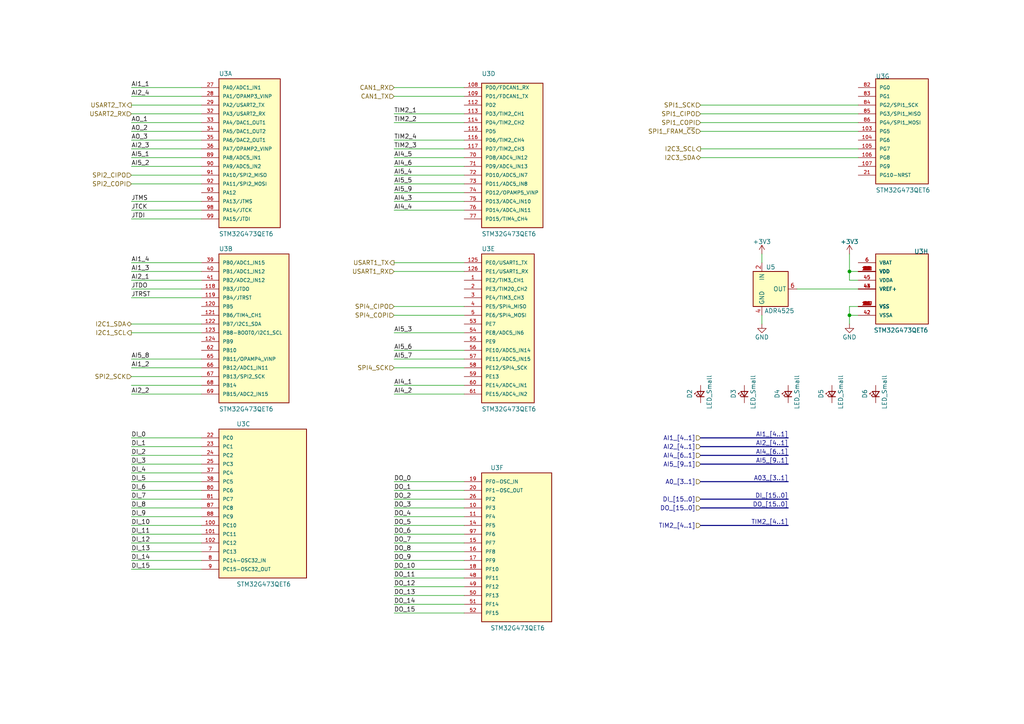
<source format=kicad_sch>
(kicad_sch (version 20211123) (generator eeschema)
  (paper "A4")
  (junction (at 246.38 91.44))
  (junction (at 246.38 78.74))
  (wire (pts (xy 38.1 106.68) (xy 58.42 106.68)))
  (bus (pts (xy 203.2 132.08) (xy 228.6 132.08)))
  (wire (pts (xy 38.1 132.08) (xy 58.42 132.08)))
  (wire (pts (xy 203.2 33.02) (xy 248.92 33.02)))
  (wire (pts (xy 114.3 154.94) (xy 134.62 154.94)))
  (wire (pts (xy 114.3 91.44) (xy 134.62 91.44)))
  (wire (pts (xy 38.1 83.82) (xy 58.42 83.82)))
  (wire (pts (xy 38.1 45.72) (xy 58.42 45.72)))
  (wire (pts (xy 38.1 53.34) (xy 58.42 53.34)))
  (wire (pts (xy 114.3 175.26) (xy 134.62 175.26)))
  (wire (pts (xy 114.3 58.42) (xy 134.62 58.42)))
  (wire (pts (xy 114.3 40.64) (xy 134.62 40.64)))
  (wire (pts (xy 248.92 81.28) (xy 246.38 81.28)))
  (wire (pts (xy 38.1 30.48) (xy 58.42 30.48)))
  (wire (pts (xy 114.3 162.56) (xy 134.62 162.56)))
  (wire (pts (xy 114.3 43.18) (xy 134.62 43.18)))
  (wire (pts (xy 114.3 25.4) (xy 134.62 25.4)))
  (wire (pts (xy 220.98 73.66) (xy 220.98 76.2)))
  (bus (pts (xy 203.2 147.32) (xy 228.6 147.32)))
  (wire (pts (xy 246.38 93.98) (xy 246.38 91.44)))
  (wire (pts (xy 38.1 165.1) (xy 58.42 165.1)))
  (wire (pts (xy 114.3 111.76) (xy 134.62 111.76)))
  (wire (pts (xy 114.3 45.72) (xy 134.62 45.72)))
  (wire (pts (xy 38.1 50.8) (xy 58.42 50.8)))
  (wire (pts (xy 38.1 38.1) (xy 58.42 38.1)))
  (wire (pts (xy 246.38 73.66) (xy 246.38 78.74)))
  (wire (pts (xy 38.1 109.22) (xy 58.42 109.22)))
  (wire (pts (xy 38.1 142.24) (xy 58.42 142.24)))
  (wire (pts (xy 114.3 78.74) (xy 134.62 78.74)))
  (wire (pts (xy 38.1 96.52) (xy 58.42 96.52)))
  (wire (pts (xy 114.3 88.9) (xy 134.62 88.9)))
  (wire (pts (xy 203.2 45.72) (xy 248.92 45.72)))
  (wire (pts (xy 114.3 101.6) (xy 134.62 101.6)))
  (wire (pts (xy 114.3 104.14) (xy 134.62 104.14)))
  (wire (pts (xy 38.1 43.18) (xy 58.42 43.18)))
  (wire (pts (xy 38.1 157.48) (xy 58.42 157.48)))
  (wire (pts (xy 114.3 177.8) (xy 134.62 177.8)))
  (bus (pts (xy 203.2 152.4) (xy 228.6 152.4)))
  (wire (pts (xy 38.1 144.78) (xy 58.42 144.78)))
  (bus (pts (xy 203.2 129.54) (xy 228.6 129.54)))
  (wire (pts (xy 38.1 78.74) (xy 58.42 78.74)))
  (wire (pts (xy 203.2 30.48) (xy 248.92 30.48)))
  (bus (pts (xy 203.2 127) (xy 228.6 127)))
  (wire (pts (xy 246.38 88.9) (xy 248.92 88.9)))
  (wire (pts (xy 38.1 86.36) (xy 58.42 86.36)))
  (wire (pts (xy 38.1 76.2) (xy 58.42 76.2)))
  (wire (pts (xy 38.1 58.42) (xy 58.42 58.42)))
  (wire (pts (xy 38.1 154.94) (xy 58.42 154.94)))
  (wire (pts (xy 114.3 60.96) (xy 134.62 60.96)))
  (wire (pts (xy 114.3 55.88) (xy 134.62 55.88)))
  (wire (pts (xy 114.3 170.18) (xy 134.62 170.18)))
  (wire (pts (xy 246.38 78.74) (xy 248.92 78.74)))
  (wire (pts (xy 38.1 134.62) (xy 58.42 134.62)))
  (wire (pts (xy 38.1 63.5) (xy 58.42 63.5)))
  (wire (pts (xy 38.1 149.86) (xy 58.42 149.86)))
  (wire (pts (xy 203.2 43.18) (xy 248.92 43.18)))
  (wire (pts (xy 38.1 48.26) (xy 58.42 48.26)))
  (wire (pts (xy 38.1 81.28) (xy 58.42 81.28)))
  (wire (pts (xy 114.3 144.78) (xy 134.62 144.78)))
  (wire (pts (xy 203.2 38.1) (xy 248.92 38.1)))
  (wire (pts (xy 246.38 91.44) (xy 248.92 91.44)))
  (wire (pts (xy 38.1 160.02) (xy 58.42 160.02)))
  (wire (pts (xy 38.1 127) (xy 58.42 127)))
  (wire (pts (xy 114.3 33.02) (xy 134.62 33.02)))
  (wire (pts (xy 38.1 33.02) (xy 58.42 33.02)))
  (wire (pts (xy 38.1 129.54) (xy 58.42 129.54)))
  (wire (pts (xy 114.3 114.3) (xy 134.62 114.3)))
  (wire (pts (xy 114.3 35.56) (xy 134.62 35.56)))
  (wire (pts (xy 114.3 147.32) (xy 134.62 147.32)))
  (wire (pts (xy 114.3 76.2) (xy 134.62 76.2)))
  (wire (pts (xy 114.3 96.52) (xy 134.62 96.52)))
  (wire (pts (xy 246.38 91.44) (xy 246.38 88.9)))
  (wire (pts (xy 38.1 104.14) (xy 58.42 104.14)))
  (wire (pts (xy 114.3 106.68) (xy 134.62 106.68)))
  (wire (pts (xy 38.1 93.98) (xy 58.42 93.98)))
  (wire (pts (xy 38.1 25.4) (xy 58.42 25.4)))
  (wire (pts (xy 38.1 152.4) (xy 58.42 152.4)))
  (wire (pts (xy 114.3 53.34) (xy 134.62 53.34)))
  (wire (pts (xy 38.1 27.94) (xy 58.42 27.94)))
  (wire (pts (xy 114.3 152.4) (xy 134.62 152.4)))
  (wire (pts (xy 203.2 35.56) (xy 248.92 35.56)))
  (wire (pts (xy 114.3 48.26) (xy 134.62 48.26)))
  (wire (pts (xy 231.14 83.82) (xy 248.92 83.82)))
  (wire (pts (xy 220.98 93.98) (xy 220.98 91.44)))
  (wire (pts (xy 114.3 27.94) (xy 134.62 27.94)))
  (wire (pts (xy 38.1 114.3) (xy 58.42 114.3)))
  (wire (pts (xy 114.3 142.24) (xy 134.62 142.24)))
  (wire (pts (xy 114.3 157.48) (xy 134.62 157.48)))
  (wire (pts (xy 38.1 35.56) (xy 58.42 35.56)))
  (wire (pts (xy 38.1 40.64) (xy 58.42 40.64)))
  (wire (pts (xy 38.1 139.7) (xy 58.42 139.7)))
  (wire (pts (xy 114.3 165.1) (xy 134.62 165.1)))
  (wire (pts (xy 38.1 111.76) (xy 58.42 111.76)))
  (wire (pts (xy 38.1 60.96) (xy 58.42 60.96)))
  (wire (pts (xy 114.3 160.02) (xy 134.62 160.02)))
  (wire (pts (xy 114.3 172.72) (xy 134.62 172.72)))
  (wire (pts (xy 246.38 81.28) (xy 246.38 78.74)))
  (bus (pts (xy 203.2 134.62) (xy 228.6 134.62)))
  (wire (pts (xy 114.3 139.7) (xy 134.62 139.7)))
  (bus (pts (xy 203.2 139.7) (xy 228.6 139.7)))
  (bus (pts (xy 203.2 144.78) (xy 228.6 144.78)))
  (wire (pts (xy 38.1 137.16) (xy 58.42 137.16)))
  (wire (pts (xy 114.3 167.64) (xy 134.62 167.64)))
  (wire (pts (xy 38.1 147.32) (xy 58.42 147.32)))
  (wire (pts (xy 114.3 149.86) (xy 134.62 149.86)))
  (wire (pts (xy 38.1 162.56) (xy 58.42 162.56)))
  (wire (pts (xy 114.3 50.8) (xy 134.62 50.8)))
  (label "DO_12" (at 114.3 170.18 0))
  (label "JTDO" (at 38.1 83.82 0))
  (label "AO_3" (at 38.1 40.64 0))
  (label "AI5_[9..1]" (at 228.6 134.62 180))
  (label "DI_10" (at 38.1 152.4 0))
  (label "AI5_3" (at 114.3 96.52 0))
  (label "DI_1" (at 38.1 129.54 0))
  (label "AI1_[4..1]" (at 228.6 127 180))
  (label "AI5_2" (at 38.1 48.26 0))
  (label "DO_2" (at 114.3 144.78 0))
  (label "DO_7" (at 114.3 157.48 0))
  (label "AI2_[4..1]" (at 228.6 129.54 180))
  (label "AI4_[6..1]" (at 228.6 132.08 180))
  (label "DI_0" (at 38.1 127 0))
  (label "AI5_9" (at 114.3 55.88 0))
  (label "DI_5" (at 38.1 139.7 0))
  (label "DO_10" (at 114.3 165.1 0))
  (label "AI4_5" (at 114.3 45.72 0))
  (label "AI4_6" (at 114.3 48.26 0))
  (label "JTDI" (at 38.1 63.5 0))
  (label "DO_6" (at 114.3 154.94 0))
  (label "AI5_7" (at 114.3 104.14 0))
  (label "DO_8" (at 114.3 160.02 0))
  (label "DI_2" (at 38.1 132.08 0))
  (label "TIM2_4" (at 114.3 40.64 0))
  (label "TIM2_[4..1]" (at 228.6 152.4 180))
  (label "DI_8" (at 38.1 147.32 0))
  (label "AO_2" (at 38.1 38.1 0))
  (label "AI1_1" (at 38.1 25.4 0))
  (label "AI5_5" (at 114.3 53.34 0))
  (label "AI4_4" (at 114.3 60.96 0))
  (label "AI5_6" (at 114.3 101.6 0))
  (label "DI_3" (at 38.1 134.62 0))
  (label "DO_[15..0]" (at 228.6 147.32 180))
  (label "A03_[3..1]" (at 228.6 139.7 180))
  (label "DI_7" (at 38.1 144.78 0))
  (label "AI1_4" (at 38.1 76.2 0))
  (label "JTMS" (at 38.1 58.42 0))
  (label "AI5_4" (at 114.3 50.8 0))
  (label "TIM2_2" (at 114.3 35.56 0))
  (label "DO_11" (at 114.3 167.64 0))
  (label "AI5_1" (at 38.1 45.72 0))
  (label "DI_6" (at 38.1 142.24 0))
  (label "AI5_8" (at 38.1 104.14 0))
  (label "DI_13" (at 38.1 160.02 0))
  (label "DI_12" (at 38.1 157.48 0))
  (label "DO_13" (at 114.3 172.72 0))
  (label "AI2_4" (at 38.1 27.94 0))
  (label "AI1_2" (at 38.1 106.68 0))
  (label "JTCK" (at 38.1 60.96 0))
  (label "DI_[15..0]" (at 228.6 144.78 180))
  (label "DO_4" (at 114.3 149.86 0))
  (label "DO_14" (at 114.3 175.26 0))
  (label "AI4_1" (at 114.3 111.76 0))
  (label "AI2_3" (at 38.1 43.18 0))
  (label "TIM2_1" (at 114.3 33.02 0))
  (label "DI_15" (at 38.1 165.1 0))
  (label "DI_4" (at 38.1 137.16 0))
  (label "DI_9" (at 38.1 149.86 0))
  (label "AI2_2" (at 38.1 114.3 0))
  (label "DO_1" (at 114.3 142.24 0))
  (label "DO_15" (at 114.3 177.8 0))
  (label "TIM2_3" (at 114.3 43.18 0))
  (label "DO_3" (at 114.3 147.32 0))
  (label "AO_1" (at 38.1 35.56 0))
  (label "JTRST" (at 38.1 86.36 0))
  (label "AI2_1" (at 38.1 81.28 0))
  (label "DO_5" (at 114.3 152.4 0))
  (label "DI_14" (at 38.1 162.56 0))
  (label "AI4_2" (at 114.3 114.3 0))
  (label "DO_9" (at 114.3 162.56 0))
  (label "AI4_3" (at 114.3 58.42 0))
  (label "AI1_3" (at 38.1 78.74 0))
  (label "DO_0" (at 114.3 139.7 0))
  (label "DI_11" (at 38.1 154.94 0))
  (hierarchical_label "SPI4_SCK" (shape input) (at 114.3 106.68 180))
  (hierarchical_label "SPI1_CIPO" (shape input) (at 203.2 33.02 180))
  (hierarchical_label "AI2_[4..1]" (shape input) (at 203.2 129.54 180))
  (hierarchical_label "DI_[15..0]" (shape input) (at 203.2 144.78 180))
  (hierarchical_label "SPI1_COPI" (shape input) (at 203.2 35.56 180))
  (hierarchical_label "TIM2_[4..1]" (shape input) (at 203.2 152.4 180))
  (hierarchical_label "I2C3_SCL" (shape output) (at 203.2 43.18 180))
  (hierarchical_label "USART1_TX" (shape output) (at 114.3 76.2 180))
  (hierarchical_label "AI4_[6..1]" (shape input) (at 203.2 132.08 180))
  (hierarchical_label "I2C1_SCL" (shape output) (at 38.1 96.52 180))
  (hierarchical_label "USART1_RX" (shape input) (at 114.3 78.74 180))
  (hierarchical_label "AI1_[4..1]" (shape input) (at 203.2 127 180))
  (hierarchical_label "DO_[15..0]" (shape input) (at 203.2 147.32 180))
  (hierarchical_label "SPI1_FRAM_~{CS}" (shape input) (at 203.2 38.1 180))
  (hierarchical_label "SPI4_CIPO" (shape input) (at 114.3 88.9 180))
  (hierarchical_label "SPI2_COPI" (shape input) (at 38.1 53.34 180))
  (hierarchical_label "CAN1_RX" (shape input) (at 114.3 25.4 180))
  (hierarchical_label "USART2_TX" (shape output) (at 38.1 30.48 180))
  (hierarchical_label "A0_[3..1]" (shape input) (at 203.2 139.7 180))
  (hierarchical_label "SPI2_CIPO" (shape input) (at 38.1 50.8 180))
  (hierarchical_label "SPI2_SCK" (shape input) (at 38.1 109.22 180))
  (hierarchical_label "SPI4_COPI" (shape input) (at 114.3 91.44 180))
  (hierarchical_label "USART2_RX" (shape input) (at 38.1 33.02 180))
  (hierarchical_label "SPI1_SCK" (shape input) (at 203.2 30.48 180))
  (hierarchical_label "I2C3_SDA" (shape bidirectional) (at 203.2 45.72 180))
  (hierarchical_label "I2C1_SDA" (shape bidirectional) (at 38.1 93.98 180))
  (hierarchical_label "CAN1_TX" (shape input) (at 114.3 27.94 180))
  (hierarchical_label "AI5_[9..1]" (shape input) (at 203.2 134.62 180))
  (symbol (lib_id "power:+3V3") (at 246.38 73.66 0) (unit 1)
    (property "Reference" "#PWR015" (effects hide))
    (property "Value" "+3V3" (at 246.38 70.104 0))
  )
  (symbol (lib_id "power:+3V3") (at 220.98 73.66 0) (unit 1)
    (property "Reference" "#PWR013" (effects hide))
    (property "Value" "+3V3" (at 220.98 70.104 0))
  )
  (symbol (lib_id "Device:LED_Small") (at 228.6 114.3 90) (unit 1)
    (property "Reference" "D4" (at 225.425 115.57 0) (effects (justify left)))
    (property "Value" "LED_Small" (at 231.14 118.745 0) (effects (justify left)))
  )
  (symbol (lib_id "power:GND") (at 220.98 93.98 0) (unit 1)
    (property "Reference" "#PWR014" (effects hide))
    (property "Value" "GND" (at 220.98 97.79 0))
  )
  (symbol (lib_id "STM32G473QET6:STM32G473QET6") (at 261.62 83.82 0) (mirror y) (unit 8)
    (property "Reference" "U3" (at 269.24 73.66 0) (effects (justify left bottom)))
    (property "Value" "STM32G473QET6" (at 269.24 96.52 0) (effects (justify left bottom)))
    (property "Footprint" "SnapEDA Library:QFP40P1600X1600X160-128N" (effects hide))
    (property "MANUFACTURER" "STMicroelectronics" (effects hide))
    (property "PARTREV" "4" (effects hide))
    (property "STANDARD" "IPC 7351B" (effects hide))
    (property "MAXIMUM_PACKAGE_HEIGHT" "1.6mm" (effects hide))
  )
  (symbol (lib_id "Reference_Voltage:ADR4525") (at 223.52 83.82 0) (unit 1)
    (property "Reference" "U5" (at 223.52 77.47 0))
    (property "Value" "ADR4525" (at 226.06 90.17 0))
    (property "Footprint" "Package_SO:SOIC-8_3.9x4.9mm_P1.27mm" (effects hide))
    (property "Datasheet" "https://www.analog.com/media/en/technical-documentation/data-sheets/ADR4520_4525_4530_4533_4540_4550.pdf" (effects hide))
  )
  (symbol (lib_name "STM32G473QET6_1") (lib_id "STM32G473QET6:STM32G473QET6") (at 71.12 43.18 0) (unit 1)
    (property "Reference" "U3" (at 63.5 22.098 0) (effects (justify left bottom)))
    (property "Value" "STM32G473QET6" (at 63.5 68.58 0) (effects (justify left bottom)))
    (property "Footprint" "SnapEDA Library:QFP40P1600X1600X160-128N" (effects hide))
    (property "MANUFACTURER" "STMicroelectronics" (effects hide))
    (property "PARTREV" "4" (effects hide))
    (property "STANDARD" "IPC 7351B" (effects hide))
    (property "MAXIMUM_PACKAGE_HEIGHT" "1.6mm" (effects hide))
  )
  (symbol (lib_id "Device:LED_Small") (at 203.2 114.3 90) (unit 1)
    (property "Reference" "D2" (at 200.025 115.57 0) (effects (justify left)))
    (property "Value" "LED_Small" (at 205.74 118.745 0) (effects (justify left)))
  )
  (symbol (lib_name "STM32G473QET6_3") (lib_id "STM32G473QET6:STM32G473QET6") (at 147.32 43.18 0) (unit 4)
    (property "Reference" "U3" (at 139.7 22.098 0) (effects (justify left bottom)))
    (property "Value" "STM32G473QET6" (at 139.7 68.58 0) (effects (justify left bottom)))
    (property "Footprint" "SnapEDA Library:QFP40P1600X1600X160-128N" (effects hide))
    (property "MANUFACTURER" "STMicroelectronics" (effects hide))
    (property "PARTREV" "4" (effects hide))
    (property "STANDARD" "IPC 7351B" (effects hide))
    (property "MAXIMUM_PACKAGE_HEIGHT" "1.6mm" (effects hide))
  )
  (symbol (lib_id "Device:LED_Small") (at 241.3 114.3 90) (unit 1)
    (property "Reference" "D5" (at 238.125 115.57 0) (effects (justify left)))
    (property "Value" "LED_Small" (at 243.84 118.745 0) (effects (justify left)))
  )
  (symbol (lib_id "STM32G473QET6:STM32G473QET6") (at 149.86 157.48 0) (unit 6)
    (property "Reference" "U3" (at 142.24 136.398 0) (effects (justify left bottom)))
    (property "Value" "STM32G473QET6" (at 142.24 182.88 0) (effects (justify left bottom)))
    (property "Footprint" "SnapEDA Library:QFP40P1600X1600X160-128N" (effects hide))
    (property "MANUFACTURER" "STMicroelectronics" (effects hide))
    (property "PARTREV" "4" (effects hide))
    (property "STANDARD" "IPC 7351B" (effects hide))
    (property "MAXIMUM_PACKAGE_HEIGHT" "1.6mm" (effects hide))
  )
  (symbol (lib_name "STM32G473QET6_4") (lib_id "STM32G473QET6:STM32G473QET6") (at 147.32 93.98 0) (unit 5)
    (property "Reference" "U3" (at 139.7 72.898 0) (effects (justify left bottom)))
    (property "Value" "STM32G473QET6" (at 139.7 119.38 0) (effects (justify left bottom)))
    (property "Footprint" "SnapEDA Library:QFP40P1600X1600X160-128N" (effects hide))
    (property "MANUFACTURER" "STMicroelectronics" (effects hide))
    (property "PARTREV" "4" (effects hide))
    (property "STANDARD" "IPC 7351B" (effects hide))
    (property "MAXIMUM_PACKAGE_HEIGHT" "1.6mm" (effects hide))
  )
  (symbol (lib_id "power:GND") (at 246.38 93.98 0) (unit 1)
    (property "Reference" "#PWR016" (effects hide))
    (property "Value" "GND" (at 246.38 97.79 0))
  )
  (symbol (lib_name "STM32G473QET6_2") (lib_id "STM32G473QET6:STM32G473QET6") (at 71.12 93.98 0) (unit 2)
    (property "Reference" "U3" (at 63.5 72.898 0) (effects (justify left bottom)))
    (property "Value" "STM32G473QET6" (at 63.5 119.38 0) (effects (justify left bottom)))
    (property "Footprint" "SnapEDA Library:QFP40P1600X1600X160-128N" (effects hide))
    (property "MANUFACTURER" "STMicroelectronics" (effects hide))
    (property "PARTREV" "4" (effects hide))
    (property "STANDARD" "IPC 7351B" (effects hide))
    (property "MAXIMUM_PACKAGE_HEIGHT" "1.6mm" (effects hide))
  )
  (symbol (lib_id "Device:LED_Small") (at 215.9 114.3 90) (unit 1)
    (property "Reference" "D3" (at 212.725 115.57 0) (effects (justify left)))
    (property "Value" "LED_Small" (at 218.44 118.745 0) (effects (justify left)))
  )
  (symbol (lib_id "STM32G473QET6:STM32G473QET6") (at 76.2 144.78 0) (unit 3)
    (property "Reference" "U3" (at 68.58 123.698 0) (effects (justify left bottom)))
    (property "Value" "STM32G473QET6" (at 68.58 170.18 0) (effects (justify left bottom)))
    (property "Footprint" "SnapEDA Library:QFP40P1600X1600X160-128N" (effects hide))
    (property "MANUFACTURER" "STMicroelectronics" (effects hide))
    (property "PARTREV" "4" (effects hide))
    (property "STANDARD" "IPC 7351B" (effects hide))
    (property "MAXIMUM_PACKAGE_HEIGHT" "1.6mm" (effects hide))
  )
  (symbol (lib_id "Device:LED_Small") (at 254 114.3 90) (unit 1)
    (property "Reference" "D6" (at 250.825 115.57 0) (effects (justify left)))
    (property "Value" "LED_Small" (at 256.54 118.745 0) (effects (justify left)))
  )
  (symbol (lib_name "STM32G473QET6_5") (lib_id "STM32G473QET6:STM32G473QET6") (at 261.62 38.1 0) (unit 7)
    (property "Reference" "U3" (at 254 22.86 0) (effects (justify left bottom)))
    (property "Value" "STM32G473QET6" (at 254 55.88 0) (effects (justify left bottom)))
    (property "Footprint" "SnapEDA Library:QFP40P1600X1600X160-128N" (effects hide))
    (property "MANUFACTURER" "STMicroelectronics" (effects hide))
    (property "PARTREV" "4" (effects hide))
    (property "STANDARD" "IPC 7351B" (effects hide))
    (property "MAXIMUM_PACKAGE_HEIGHT" "1.6mm" (effects hide))
  )
)
</source>
